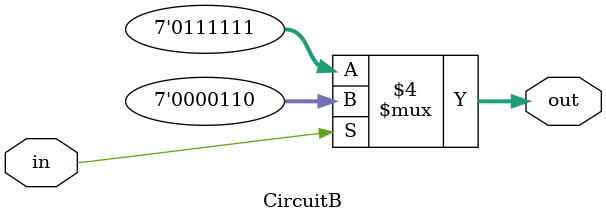
<source format=v>
module CircuitB(in,out);
	
	input in;
	output reg [6:0] out;
	always@(*)
	begin
		if(in==1'b1)
		begin out=7'b0000110; end
		else
		begin out=7'b0111111; end
	end

endmodule
</source>
